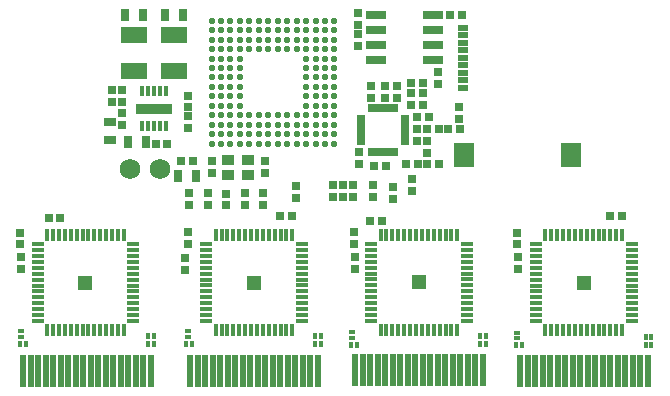
<source format=gts>
G04 #@! TF.FileFunction,Soldermask,Top*
%FSLAX45Y45*%
G04 Gerber Fmt 4.5, Leading zero omitted, Abs format (unit mm)*
G04 Created by KiCad (PCBNEW 0.201506030104+5696~23~ubuntu14.04.1-product) date Thu 09 Jul 2015 08:08:36 PM EDT*
%MOMM*%
G01*
G04 APERTURE LIST*
%ADD10C,0.127000*%
%ADD11R,0.751840X0.652780*%
%ADD12R,0.652780X0.751840*%
%ADD13R,0.751840X1.051560*%
%ADD14R,0.752400X1.052400*%
%ADD15R,2.252980X1.402080*%
%ADD16R,0.421640X0.551180*%
%ADD17R,0.551180X0.421640*%
%ADD18R,0.482600X2.692400*%
%ADD19R,1.052400X0.402400*%
%ADD20R,0.402400X1.052400*%
%ADD21R,1.152400X1.152400*%
%ADD22C,1.752600*%
%ADD23C,0.558800*%
%ADD24R,1.702400X0.712400*%
%ADD25R,0.965200X0.482600*%
%ADD26R,1.652400X2.152400*%
%ADD27R,1.041400X0.965200*%
%ADD28R,1.051560X0.751840*%
%ADD29R,0.411480X0.952500*%
%ADD30R,3.152140X0.901700*%
%ADD31R,0.802400X0.502400*%
%ADD32R,0.502400X0.802400*%
G04 APERTURE END LIST*
D10*
D11*
X15733776Y-9932924D03*
X15733776Y-10033000D03*
X12945872Y-9929622D03*
X12945872Y-10029698D03*
X15734538Y-10143236D03*
X15734538Y-10243312D03*
D12*
X16619474Y-9797288D03*
X16519398Y-9797288D03*
D11*
X12922758Y-10150094D03*
X12922758Y-10250170D03*
D12*
X13826744Y-9794240D03*
X13726668Y-9794240D03*
D11*
X14349222Y-9926828D03*
X14349222Y-10026904D03*
X11524996Y-9933432D03*
X11524996Y-10033508D03*
X11527536Y-10139172D03*
X11527536Y-10239248D03*
X14354302Y-10140442D03*
X14354302Y-10240518D03*
D12*
X14586712Y-9835134D03*
X14486636Y-9835134D03*
X11863070Y-9807194D03*
X11762994Y-9807194D03*
D11*
X13148310Y-9328912D03*
X13148310Y-9428988D03*
X13599160Y-9431528D03*
X13599160Y-9331452D03*
X12301982Y-8725916D03*
X12301982Y-8825992D03*
D13*
X12411202Y-8093964D03*
X12561062Y-8093964D03*
X12901930Y-8093964D03*
X12752070Y-8093964D03*
D11*
X14496288Y-8792718D03*
X14496288Y-8692642D03*
D12*
X14616430Y-9367774D03*
X14516354Y-9367774D03*
X14981428Y-8957310D03*
X14881352Y-8957310D03*
D11*
X14613890Y-8691372D03*
X14613890Y-8791448D03*
D12*
X14929866Y-8857488D03*
X14829790Y-8857488D03*
X14892528Y-9351010D03*
X14792452Y-9351010D03*
X14929866Y-8751316D03*
X14829790Y-8751316D03*
X15160752Y-8093710D03*
X15260828Y-8093710D03*
X14970252Y-9351010D03*
X15070328Y-9351010D03*
X15148052Y-9058910D03*
X15248128Y-9058910D03*
D11*
X15236190Y-8969248D03*
X15236190Y-8869172D03*
D14*
X12861728Y-9457436D03*
X13011728Y-9457436D03*
D15*
X12485370Y-8259572D03*
X12485370Y-8564372D03*
X12829032Y-8259572D03*
X12829032Y-8564372D03*
D11*
X14880590Y-9059672D03*
X14880590Y-9159748D03*
D12*
X15070328Y-9058910D03*
X14970252Y-9058910D03*
D11*
X14969490Y-9261348D03*
X14969490Y-9161272D03*
D12*
X14929866Y-8664448D03*
X14829790Y-8664448D03*
D16*
X16867378Y-10816844D03*
X16817594Y-10816844D03*
X14071346Y-10809986D03*
X14021562Y-10809986D03*
X16867378Y-10881614D03*
X16817594Y-10881614D03*
X14071346Y-10874756D03*
X14021562Y-10874756D03*
X15722854Y-10889234D03*
X15772638Y-10889234D03*
X12930632Y-10874756D03*
X12980416Y-10874756D03*
D17*
X15729966Y-10830306D03*
X15729966Y-10780522D03*
X12947904Y-10815828D03*
X12947904Y-10766044D03*
D16*
X15466822Y-10808716D03*
X15417038Y-10808716D03*
X12654534Y-10810494D03*
X12604750Y-10810494D03*
X15466822Y-10873486D03*
X15417038Y-10873486D03*
X12654534Y-10876534D03*
X12604750Y-10876534D03*
X14327378Y-10883646D03*
X14377162Y-10883646D03*
X11520170Y-10873994D03*
X11569954Y-10873994D03*
D17*
X14333220Y-10824718D03*
X14333220Y-10774934D03*
X11527282Y-10815066D03*
X11527282Y-10765282D03*
D11*
X14390370Y-9352788D03*
X14390370Y-9252712D03*
X12387834Y-8924544D03*
X12387834Y-9024620D03*
X12387326Y-8725916D03*
X12387326Y-8825992D03*
X12940030Y-8873744D03*
X12940030Y-8773668D03*
X12940030Y-9049004D03*
X12940030Y-8948928D03*
X14715490Y-8791448D03*
X14715490Y-8691372D03*
X15059660Y-8573770D03*
X15059660Y-8673846D03*
X14382750Y-8353552D03*
X14382750Y-8253476D03*
X14382242Y-8177784D03*
X14382242Y-8077708D03*
D12*
X12987528Y-9325610D03*
X12887452Y-9325610D03*
D18*
X16834866Y-11102594D03*
X16771366Y-11102594D03*
X16707866Y-11102594D03*
X16644366Y-11102594D03*
X16580866Y-11102594D03*
X16517366Y-11102594D03*
X16453866Y-11102594D03*
X16390366Y-11102594D03*
X16326866Y-11102594D03*
X16263366Y-11102594D03*
X16199866Y-11102594D03*
X16136366Y-11102594D03*
X16072866Y-11102594D03*
X16009366Y-11102594D03*
X15945866Y-11102594D03*
X15882366Y-11102594D03*
X15818866Y-11102594D03*
X15755366Y-11102594D03*
X14042644Y-11102086D03*
X13979144Y-11102086D03*
X13915644Y-11102086D03*
X13852144Y-11102086D03*
X13788644Y-11102086D03*
X13725144Y-11102086D03*
X13661644Y-11102086D03*
X13598144Y-11102086D03*
X13534644Y-11102086D03*
X13471144Y-11102086D03*
X13407644Y-11102086D03*
X13344144Y-11102086D03*
X13280644Y-11102086D03*
X13217144Y-11102086D03*
X13153644Y-11102086D03*
X13090144Y-11102086D03*
X13026644Y-11102086D03*
X12963144Y-11102086D03*
D19*
X15890116Y-10332104D03*
X15890116Y-10382104D03*
X15890116Y-10432104D03*
X15890116Y-10482104D03*
X15890116Y-10532104D03*
X15890116Y-10582104D03*
X15890116Y-10632104D03*
X15890116Y-10682104D03*
X15890116Y-10282104D03*
X15890116Y-10232104D03*
X15890116Y-10182104D03*
X15890116Y-10132104D03*
X15890116Y-10082104D03*
X15890116Y-10032104D03*
X16700116Y-10382104D03*
X16700116Y-10432104D03*
X16700116Y-10482104D03*
X16700116Y-10532104D03*
X16700116Y-10582104D03*
X16700116Y-10632104D03*
X16700116Y-10682104D03*
X16700116Y-10332104D03*
X16700116Y-10282104D03*
X16700116Y-10232104D03*
X16700116Y-10182104D03*
X16700116Y-10132104D03*
X16700116Y-10082104D03*
X16700116Y-10032104D03*
D20*
X16270116Y-10762104D03*
X16220116Y-10762104D03*
X16170116Y-10762104D03*
X16120116Y-10762104D03*
X16070116Y-10762104D03*
X16020116Y-10762104D03*
X15970116Y-10762104D03*
X16320116Y-10762104D03*
X16370116Y-10762104D03*
X16420116Y-10762104D03*
X16470116Y-10762104D03*
X16520116Y-10762104D03*
X16570116Y-10762104D03*
X16620116Y-10762104D03*
X16620116Y-9952104D03*
X16570116Y-9952104D03*
X16520116Y-9952104D03*
X16470116Y-9952104D03*
X16420116Y-9952104D03*
X16370116Y-9952104D03*
X16320116Y-9952104D03*
X16270116Y-9952104D03*
X16220116Y-9952104D03*
X16170116Y-9952104D03*
X16120116Y-9952104D03*
X16070116Y-9952104D03*
X16020116Y-9952104D03*
X15970116Y-9952104D03*
D21*
X16295116Y-10357104D03*
D19*
X13097894Y-10331596D03*
X13097894Y-10381596D03*
X13097894Y-10431596D03*
X13097894Y-10481596D03*
X13097894Y-10531596D03*
X13097894Y-10581596D03*
X13097894Y-10631596D03*
X13097894Y-10681596D03*
X13097894Y-10281596D03*
X13097894Y-10231596D03*
X13097894Y-10181596D03*
X13097894Y-10131596D03*
X13097894Y-10081596D03*
X13097894Y-10031596D03*
X13907894Y-10381596D03*
X13907894Y-10431596D03*
X13907894Y-10481596D03*
X13907894Y-10531596D03*
X13907894Y-10581596D03*
X13907894Y-10631596D03*
X13907894Y-10681596D03*
X13907894Y-10331596D03*
X13907894Y-10281596D03*
X13907894Y-10231596D03*
X13907894Y-10181596D03*
X13907894Y-10131596D03*
X13907894Y-10081596D03*
X13907894Y-10031596D03*
D20*
X13477894Y-10761596D03*
X13427894Y-10761596D03*
X13377894Y-10761596D03*
X13327894Y-10761596D03*
X13277894Y-10761596D03*
X13227894Y-10761596D03*
X13177894Y-10761596D03*
X13527894Y-10761596D03*
X13577894Y-10761596D03*
X13627894Y-10761596D03*
X13677894Y-10761596D03*
X13727894Y-10761596D03*
X13777894Y-10761596D03*
X13827894Y-10761596D03*
X13827894Y-9951596D03*
X13777894Y-9951596D03*
X13727894Y-9951596D03*
X13677894Y-9951596D03*
X13627894Y-9951596D03*
X13577894Y-9951596D03*
X13527894Y-9951596D03*
X13477894Y-9951596D03*
X13427894Y-9951596D03*
X13377894Y-9951596D03*
X13327894Y-9951596D03*
X13277894Y-9951596D03*
X13227894Y-9951596D03*
X13177894Y-9951596D03*
D21*
X13502894Y-10356596D03*
D18*
X15439390Y-11100816D03*
X15375890Y-11100816D03*
X15312390Y-11100816D03*
X15248890Y-11100816D03*
X15185390Y-11100816D03*
X15121890Y-11100816D03*
X15058390Y-11100816D03*
X14994890Y-11100816D03*
X14931390Y-11100816D03*
X14867890Y-11100816D03*
X14804390Y-11100816D03*
X14740890Y-11100816D03*
X14677390Y-11100816D03*
X14613890Y-11100816D03*
X14550390Y-11100816D03*
X14486890Y-11100816D03*
X14423390Y-11100816D03*
X14359890Y-11100816D03*
X12628372Y-11102594D03*
X12564872Y-11102594D03*
X12501372Y-11102594D03*
X12437872Y-11102594D03*
X12374372Y-11102594D03*
X12310872Y-11102594D03*
X12247372Y-11102594D03*
X12183872Y-11102594D03*
X12120372Y-11102594D03*
X12056872Y-11102594D03*
X11993372Y-11102594D03*
X11929872Y-11102594D03*
X11866372Y-11102594D03*
X11802872Y-11102594D03*
X11739372Y-11102594D03*
X11675872Y-11102594D03*
X11612372Y-11102594D03*
X11548872Y-11102594D03*
D19*
X14494640Y-10330326D03*
X14494640Y-10380326D03*
X14494640Y-10430326D03*
X14494640Y-10480326D03*
X14494640Y-10530326D03*
X14494640Y-10580326D03*
X14494640Y-10630326D03*
X14494640Y-10680326D03*
X14494640Y-10280326D03*
X14494640Y-10230326D03*
X14494640Y-10180326D03*
X14494640Y-10130326D03*
X14494640Y-10080326D03*
X14494640Y-10030326D03*
X15304640Y-10380326D03*
X15304640Y-10430326D03*
X15304640Y-10480326D03*
X15304640Y-10530326D03*
X15304640Y-10580326D03*
X15304640Y-10630326D03*
X15304640Y-10680326D03*
X15304640Y-10330326D03*
X15304640Y-10280326D03*
X15304640Y-10230326D03*
X15304640Y-10180326D03*
X15304640Y-10130326D03*
X15304640Y-10080326D03*
X15304640Y-10030326D03*
D20*
X14874640Y-10760326D03*
X14824640Y-10760326D03*
X14774640Y-10760326D03*
X14724640Y-10760326D03*
X14674640Y-10760326D03*
X14624640Y-10760326D03*
X14574640Y-10760326D03*
X14924640Y-10760326D03*
X14974640Y-10760326D03*
X15024640Y-10760326D03*
X15074640Y-10760326D03*
X15124640Y-10760326D03*
X15174640Y-10760326D03*
X15224640Y-10760326D03*
X15224640Y-9950326D03*
X15174640Y-9950326D03*
X15124640Y-9950326D03*
X15074640Y-9950326D03*
X15024640Y-9950326D03*
X14974640Y-9950326D03*
X14924640Y-9950326D03*
X14874640Y-9950326D03*
X14824640Y-9950326D03*
X14774640Y-9950326D03*
X14724640Y-9950326D03*
X14674640Y-9950326D03*
X14624640Y-9950326D03*
X14574640Y-9950326D03*
D21*
X14899640Y-10355326D03*
D19*
X11670922Y-10332104D03*
X11670922Y-10382104D03*
X11670922Y-10432104D03*
X11670922Y-10482104D03*
X11670922Y-10532104D03*
X11670922Y-10582104D03*
X11670922Y-10632104D03*
X11670922Y-10682104D03*
X11670922Y-10282104D03*
X11670922Y-10232104D03*
X11670922Y-10182104D03*
X11670922Y-10132104D03*
X11670922Y-10082104D03*
X11670922Y-10032104D03*
X12480922Y-10382104D03*
X12480922Y-10432104D03*
X12480922Y-10482104D03*
X12480922Y-10532104D03*
X12480922Y-10582104D03*
X12480922Y-10632104D03*
X12480922Y-10682104D03*
X12480922Y-10332104D03*
X12480922Y-10282104D03*
X12480922Y-10232104D03*
X12480922Y-10182104D03*
X12480922Y-10132104D03*
X12480922Y-10082104D03*
X12480922Y-10032104D03*
D20*
X12050922Y-10762104D03*
X12000922Y-10762104D03*
X11950922Y-10762104D03*
X11900922Y-10762104D03*
X11850922Y-10762104D03*
X11800922Y-10762104D03*
X11750922Y-10762104D03*
X12100922Y-10762104D03*
X12150922Y-10762104D03*
X12200922Y-10762104D03*
X12250922Y-10762104D03*
X12300922Y-10762104D03*
X12350922Y-10762104D03*
X12400922Y-10762104D03*
X12400922Y-9952104D03*
X12350922Y-9952104D03*
X12300922Y-9952104D03*
X12250922Y-9952104D03*
X12200922Y-9952104D03*
X12150922Y-9952104D03*
X12100922Y-9952104D03*
X12050922Y-9952104D03*
X12000922Y-9952104D03*
X11950922Y-9952104D03*
X11900922Y-9952104D03*
X11850922Y-9952104D03*
X11800922Y-9952104D03*
X11750922Y-9952104D03*
D21*
X12075922Y-10357104D03*
D22*
X12456922Y-9391650D03*
X12710922Y-9391650D03*
D23*
X14183614Y-9179814D03*
X14103604Y-9179814D03*
X14023594Y-9179814D03*
X13943584Y-9179814D03*
X13863574Y-9179814D03*
X13783564Y-9179814D03*
X13703554Y-9179814D03*
X13623544Y-9179814D03*
X13543534Y-9179814D03*
X13463524Y-9179814D03*
X13383514Y-9179814D03*
X13303504Y-9179814D03*
X13223494Y-9179814D03*
X13143738Y-9179814D03*
X14183614Y-9099804D03*
X14103604Y-9099804D03*
X14023594Y-9099804D03*
X13943584Y-9099804D03*
X13863574Y-9099804D03*
X13783564Y-9099804D03*
X13703554Y-9099804D03*
X13623544Y-9099804D03*
X13543534Y-9099804D03*
X13463524Y-9099804D03*
X13383514Y-9099804D03*
X13303504Y-9099804D03*
X13223494Y-9099804D03*
X13143738Y-9099804D03*
X14183614Y-9019794D03*
X14103604Y-9019794D03*
X14023594Y-9019794D03*
X13943584Y-9019794D03*
X13863574Y-9019794D03*
X13783564Y-9019794D03*
X13703554Y-9019794D03*
X13623544Y-9019794D03*
X13543534Y-9019794D03*
X13463524Y-9019794D03*
X13383514Y-9019794D03*
X13303504Y-9019794D03*
X13223494Y-9019794D03*
X13143738Y-9019794D03*
X14183614Y-8939784D03*
X14103604Y-8939784D03*
X14023594Y-8939784D03*
X13943584Y-8939784D03*
X13863574Y-8939784D03*
X13783564Y-8939784D03*
X13703554Y-8939784D03*
X13623544Y-8939784D03*
X13543534Y-8939784D03*
X13463524Y-8939784D03*
X13383514Y-8939784D03*
X13303504Y-8939784D03*
X13223494Y-8939784D03*
X13143738Y-8939784D03*
X14183614Y-8859774D03*
X14103604Y-8859774D03*
X14023594Y-8859774D03*
X13943584Y-8859774D03*
X13383514Y-8859774D03*
X13303504Y-8859774D03*
X13223494Y-8859774D03*
X13143738Y-8859774D03*
X14183614Y-8779764D03*
X14103604Y-8779764D03*
X14023594Y-8779764D03*
X13943584Y-8779764D03*
X13383514Y-8779764D03*
X13303504Y-8779764D03*
X13223494Y-8779764D03*
X13143738Y-8779764D03*
X14183614Y-8699754D03*
X14103604Y-8699754D03*
X14023594Y-8699754D03*
X13943584Y-8699754D03*
X13383514Y-8699754D03*
X13303504Y-8699754D03*
X13223494Y-8699754D03*
X13143738Y-8699754D03*
X14183614Y-8619744D03*
X14103604Y-8619744D03*
X14023594Y-8619744D03*
X13943584Y-8619744D03*
X13383514Y-8619744D03*
X13303504Y-8619744D03*
X13223494Y-8619744D03*
X13143738Y-8619744D03*
X14183614Y-8539734D03*
X14103604Y-8539734D03*
X14023594Y-8539734D03*
X13943584Y-8539734D03*
X13383514Y-8539734D03*
X13303504Y-8539734D03*
X13223494Y-8539734D03*
X13143738Y-8539734D03*
X14183614Y-8459724D03*
X14103604Y-8459724D03*
X14023594Y-8459724D03*
X13943584Y-8459724D03*
X13383514Y-8459724D03*
X13303504Y-8459724D03*
X13223494Y-8459724D03*
X13143738Y-8459724D03*
X14183614Y-8379714D03*
X14103604Y-8379714D03*
X14023594Y-8379714D03*
X13943584Y-8379714D03*
X13863574Y-8379714D03*
X13783564Y-8379714D03*
X13703554Y-8379714D03*
X13623544Y-8379714D03*
X13543534Y-8379714D03*
X13463524Y-8379714D03*
X13383514Y-8379714D03*
X13303504Y-8379714D03*
X13223494Y-8379714D03*
X13143738Y-8379714D03*
X14183614Y-8299704D03*
X14103604Y-8299704D03*
X14023594Y-8299704D03*
X13943584Y-8299704D03*
X13863574Y-8299704D03*
X13783564Y-8299704D03*
X13703554Y-8299704D03*
X13623544Y-8299704D03*
X13543534Y-8299704D03*
X13463524Y-8299704D03*
X13383514Y-8299704D03*
X13303504Y-8299704D03*
X13223494Y-8299704D03*
X13143738Y-8299704D03*
X14183614Y-8219694D03*
X14103604Y-8219694D03*
X14023594Y-8219694D03*
X13943584Y-8219694D03*
X13863574Y-8219694D03*
X13783564Y-8219694D03*
X13703554Y-8219694D03*
X13623544Y-8219694D03*
X13543534Y-8219694D03*
X13463524Y-8219694D03*
X13383514Y-8219694D03*
X13303504Y-8219694D03*
X13223494Y-8219694D03*
X13143738Y-8219694D03*
X14183614Y-8139938D03*
X14103604Y-8139938D03*
X14023594Y-8139938D03*
X13943584Y-8139938D03*
X13863574Y-8139938D03*
X13783564Y-8139938D03*
X13703554Y-8139938D03*
X13623544Y-8139938D03*
X13543534Y-8139938D03*
X13463524Y-8139938D03*
X13383514Y-8139938D03*
X13303504Y-8139938D03*
X13223494Y-8139938D03*
X13143738Y-8139938D03*
D24*
X14539966Y-8092694D03*
X14539966Y-8219694D03*
X14539966Y-8346694D03*
X14539966Y-8473694D03*
X15014966Y-8473694D03*
X15014966Y-8346694D03*
X15014966Y-8219694D03*
X15014966Y-8092694D03*
D25*
X15271750Y-8708390D03*
X15271750Y-8644890D03*
X15271750Y-8581390D03*
X15271750Y-8517890D03*
X15271750Y-8454390D03*
X15271750Y-8390890D03*
X15271750Y-8327390D03*
X15271750Y-8263890D03*
X15271750Y-8200390D03*
D26*
X15284196Y-9275064D03*
X16184196Y-9275064D03*
D27*
X13282930Y-9448800D03*
X13448030Y-9448800D03*
X13448030Y-9321800D03*
X13282930Y-9321800D03*
D28*
X12287250Y-8999728D03*
X12287250Y-9149588D03*
D13*
X12439396Y-9169146D03*
X12589256Y-9169146D03*
D12*
X12670028Y-9184386D03*
X12770104Y-9184386D03*
D29*
X12558522Y-9033510D03*
X12608560Y-9033510D03*
X12658598Y-9033510D03*
X12708636Y-9033510D03*
X12758674Y-9033510D03*
X12758674Y-8733282D03*
X12708636Y-8733282D03*
X12658598Y-8733282D03*
X12608560Y-8733282D03*
X12558522Y-8733282D03*
D30*
X12658598Y-8883396D03*
D31*
X14408610Y-9063990D03*
X14408610Y-9013990D03*
X14408610Y-8963990D03*
X14408610Y-9113990D03*
X14408610Y-9163990D03*
D32*
X14596110Y-8876490D03*
X14646110Y-8876490D03*
X14696110Y-8876490D03*
X14546110Y-8876490D03*
X14496110Y-8876490D03*
X14596110Y-9251490D03*
X14646110Y-9251490D03*
X14696110Y-9251490D03*
X14546110Y-9251490D03*
X14496110Y-9251490D03*
D31*
X14783610Y-9063990D03*
X14783610Y-9013990D03*
X14783610Y-9113990D03*
X14783610Y-9163990D03*
X14783610Y-8963990D03*
D11*
X14840712Y-9479534D03*
X14840712Y-9579610D03*
X14676628Y-9547098D03*
X14676628Y-9647174D03*
X14258544Y-9529826D03*
X14258544Y-9629902D03*
X14513814Y-9530588D03*
X14513814Y-9630664D03*
X14173200Y-9529826D03*
X14173200Y-9629902D03*
X14343888Y-9529826D03*
X14343888Y-9629902D03*
X13423392Y-9601962D03*
X13423392Y-9702038D03*
X13861288Y-9537446D03*
X13861288Y-9637522D03*
X13582396Y-9601962D03*
X13582396Y-9702038D03*
X12950190Y-9601962D03*
X12950190Y-9702038D03*
X13268706Y-9603740D03*
X13268706Y-9703816D03*
X13109448Y-9601962D03*
X13109448Y-9702038D03*
M02*

</source>
